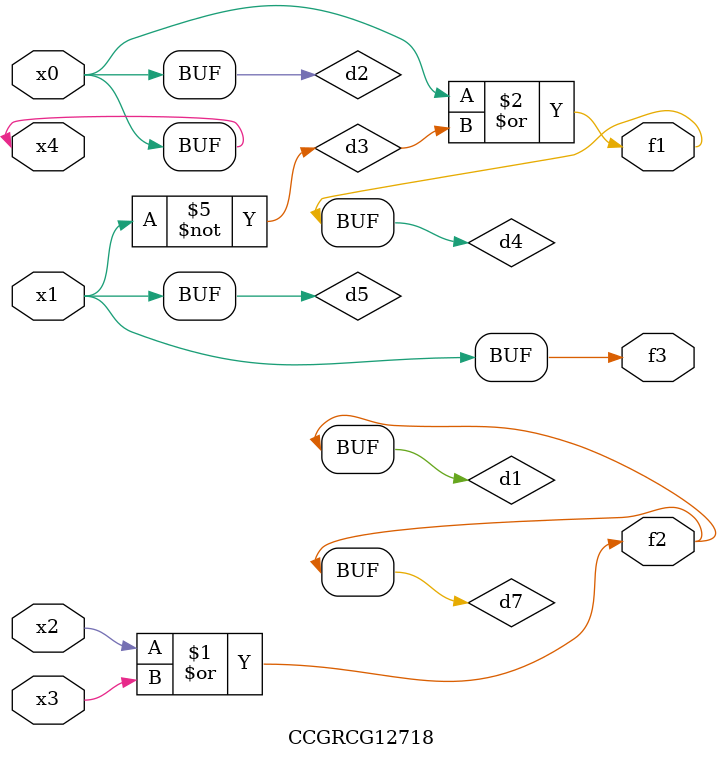
<source format=v>
module CCGRCG12718(
	input x0, x1, x2, x3, x4,
	output f1, f2, f3
);

	wire d1, d2, d3, d4, d5, d6, d7;

	or (d1, x2, x3);
	buf (d2, x0, x4);
	not (d3, x1);
	or (d4, d2, d3);
	not (d5, d3);
	nand (d6, d1, d3);
	or (d7, d1);
	assign f1 = d4;
	assign f2 = d7;
	assign f3 = d5;
endmodule

</source>
